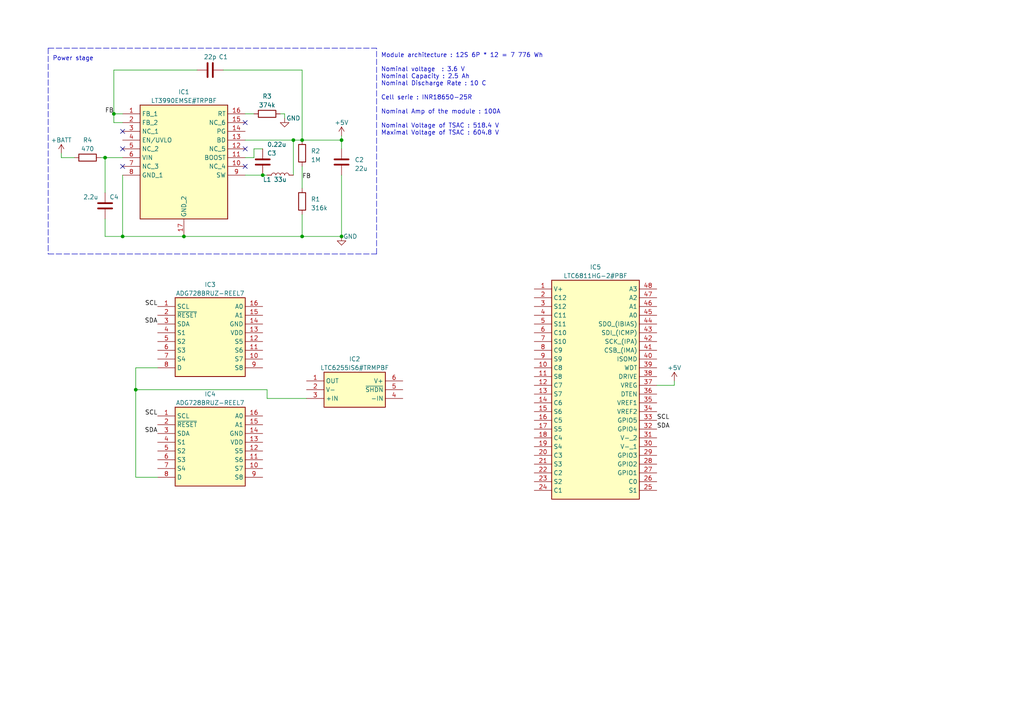
<source format=kicad_sch>
(kicad_sch (version 20230121) (generator eeschema)

  (uuid fbb3bfd2-cb0c-4aaf-a640-dea07a8873d3)

  (paper "A4")

  (lib_symbols
    (symbol "Device:C" (pin_numbers hide) (pin_names (offset 0.254)) (in_bom yes) (on_board yes)
      (property "Reference" "C" (at 0.635 2.54 0)
        (effects (font (size 1.27 1.27)) (justify left))
      )
      (property "Value" "C" (at 0.635 -2.54 0)
        (effects (font (size 1.27 1.27)) (justify left))
      )
      (property "Footprint" "" (at 0.9652 -3.81 0)
        (effects (font (size 1.27 1.27)) hide)
      )
      (property "Datasheet" "~" (at 0 0 0)
        (effects (font (size 1.27 1.27)) hide)
      )
      (property "ki_keywords" "cap capacitor" (at 0 0 0)
        (effects (font (size 1.27 1.27)) hide)
      )
      (property "ki_description" "Unpolarized capacitor" (at 0 0 0)
        (effects (font (size 1.27 1.27)) hide)
      )
      (property "ki_fp_filters" "C_*" (at 0 0 0)
        (effects (font (size 1.27 1.27)) hide)
      )
      (symbol "C_0_1"
        (polyline
          (pts
            (xy -2.032 -0.762)
            (xy 2.032 -0.762)
          )
          (stroke (width 0.508) (type default))
          (fill (type none))
        )
        (polyline
          (pts
            (xy -2.032 0.762)
            (xy 2.032 0.762)
          )
          (stroke (width 0.508) (type default))
          (fill (type none))
        )
      )
      (symbol "C_1_1"
        (pin passive line (at 0 3.81 270) (length 2.794)
          (name "~" (effects (font (size 1.27 1.27))))
          (number "1" (effects (font (size 1.27 1.27))))
        )
        (pin passive line (at 0 -3.81 90) (length 2.794)
          (name "~" (effects (font (size 1.27 1.27))))
          (number "2" (effects (font (size 1.27 1.27))))
        )
      )
    )
    (symbol "Device:L" (pin_numbers hide) (pin_names (offset 1.016) hide) (in_bom yes) (on_board yes)
      (property "Reference" "L" (at -1.27 0 90)
        (effects (font (size 1.27 1.27)))
      )
      (property "Value" "L" (at 1.905 0 90)
        (effects (font (size 1.27 1.27)))
      )
      (property "Footprint" "" (at 0 0 0)
        (effects (font (size 1.27 1.27)) hide)
      )
      (property "Datasheet" "~" (at 0 0 0)
        (effects (font (size 1.27 1.27)) hide)
      )
      (property "ki_keywords" "inductor choke coil reactor magnetic" (at 0 0 0)
        (effects (font (size 1.27 1.27)) hide)
      )
      (property "ki_description" "Inductor" (at 0 0 0)
        (effects (font (size 1.27 1.27)) hide)
      )
      (property "ki_fp_filters" "Choke_* *Coil* Inductor_* L_*" (at 0 0 0)
        (effects (font (size 1.27 1.27)) hide)
      )
      (symbol "L_0_1"
        (arc (start 0 -2.54) (mid 0.6323 -1.905) (end 0 -1.27)
          (stroke (width 0) (type default))
          (fill (type none))
        )
        (arc (start 0 -1.27) (mid 0.6323 -0.635) (end 0 0)
          (stroke (width 0) (type default))
          (fill (type none))
        )
        (arc (start 0 0) (mid 0.6323 0.635) (end 0 1.27)
          (stroke (width 0) (type default))
          (fill (type none))
        )
        (arc (start 0 1.27) (mid 0.6323 1.905) (end 0 2.54)
          (stroke (width 0) (type default))
          (fill (type none))
        )
      )
      (symbol "L_1_1"
        (pin passive line (at 0 3.81 270) (length 1.27)
          (name "1" (effects (font (size 1.27 1.27))))
          (number "1" (effects (font (size 1.27 1.27))))
        )
        (pin passive line (at 0 -3.81 90) (length 1.27)
          (name "2" (effects (font (size 1.27 1.27))))
          (number "2" (effects (font (size 1.27 1.27))))
        )
      )
    )
    (symbol "Device:R" (pin_numbers hide) (pin_names (offset 0)) (in_bom yes) (on_board yes)
      (property "Reference" "R" (at 2.032 0 90)
        (effects (font (size 1.27 1.27)))
      )
      (property "Value" "R" (at 0 0 90)
        (effects (font (size 1.27 1.27)))
      )
      (property "Footprint" "" (at -1.778 0 90)
        (effects (font (size 1.27 1.27)) hide)
      )
      (property "Datasheet" "~" (at 0 0 0)
        (effects (font (size 1.27 1.27)) hide)
      )
      (property "ki_keywords" "R res resistor" (at 0 0 0)
        (effects (font (size 1.27 1.27)) hide)
      )
      (property "ki_description" "Resistor" (at 0 0 0)
        (effects (font (size 1.27 1.27)) hide)
      )
      (property "ki_fp_filters" "R_*" (at 0 0 0)
        (effects (font (size 1.27 1.27)) hide)
      )
      (symbol "R_0_1"
        (rectangle (start -1.016 -2.54) (end 1.016 2.54)
          (stroke (width 0.254) (type default))
          (fill (type none))
        )
      )
      (symbol "R_1_1"
        (pin passive line (at 0 3.81 270) (length 1.27)
          (name "~" (effects (font (size 1.27 1.27))))
          (number "1" (effects (font (size 1.27 1.27))))
        )
        (pin passive line (at 0 -3.81 90) (length 1.27)
          (name "~" (effects (font (size 1.27 1.27))))
          (number "2" (effects (font (size 1.27 1.27))))
        )
      )
    )
    (symbol "EPSA_lib:BMS LTC6811HG" (in_bom yes) (on_board yes)
      (property "Reference" "IC" (at 31.75 7.62 0)
        (effects (font (size 1.27 1.27)) (justify left top))
      )
      (property "Value" "LTC6811HG-2#PBF" (at 31.75 5.08 0)
        (effects (font (size 1.27 1.27)) (justify left top))
      )
      (property "Footprint" "SOP50P780X200-48N" (at 31.75 -94.92 0)
        (effects (font (size 1.27 1.27)) (justify left top) hide)
      )
      (property "Datasheet" "https://datasheet.datasheetarchive.com/originals/distributors/Datasheets_SAMA/7a3f6461edc579e3637f6c847820bfef.pdf" (at 31.75 -194.92 0)
        (effects (font (size 1.27 1.27)) (justify left top) hide)
      )
      (property "Height" "2" (at 31.75 -394.92 0)
        (effects (font (size 1.27 1.27)) (justify left top) hide)
      )
      (property "Mouser Part Number" "584-LTC6811HG-2#PBF" (at 31.75 -494.92 0)
        (effects (font (size 1.27 1.27)) (justify left top) hide)
      )
      (property "Mouser Price/Stock" "https://www.mouser.co.uk/ProductDetail/Analog-Devices/LTC6811HG-2PBF?qs=oahfZPh6IAIAIIgZWv9WxQ%3D%3D" (at 31.75 -594.92 0)
        (effects (font (size 1.27 1.27)) (justify left top) hide)
      )
      (property "Manufacturer_Name" "Analog Devices" (at 31.75 -694.92 0)
        (effects (font (size 1.27 1.27)) (justify left top) hide)
      )
      (property "Manufacturer_Part_Number" "LTC6811HG-2#PBF" (at 31.75 -794.92 0)
        (effects (font (size 1.27 1.27)) (justify left top) hide)
      )
      (property "ki_description" "Multicell Battery Balancer Automotive 48-Pin SSOP Tube" (at 0 0 0)
        (effects (font (size 1.27 1.27)) hide)
      )
      (symbol "BMS LTC6811HG_1_1"
        (rectangle (start 5.08 2.54) (end 30.48 -60.96)
          (stroke (width 0.254) (type default))
          (fill (type background))
        )
        (pin passive line (at 0 0 0) (length 5.08)
          (name "V+" (effects (font (size 1.27 1.27))))
          (number "1" (effects (font (size 1.27 1.27))))
        )
        (pin passive line (at 0 -22.86 0) (length 5.08)
          (name "C8" (effects (font (size 1.27 1.27))))
          (number "10" (effects (font (size 1.27 1.27))))
        )
        (pin passive line (at 0 -25.4 0) (length 5.08)
          (name "S8" (effects (font (size 1.27 1.27))))
          (number "11" (effects (font (size 1.27 1.27))))
        )
        (pin passive line (at 0 -27.94 0) (length 5.08)
          (name "C7" (effects (font (size 1.27 1.27))))
          (number "12" (effects (font (size 1.27 1.27))))
        )
        (pin passive line (at 0 -30.48 0) (length 5.08)
          (name "S7" (effects (font (size 1.27 1.27))))
          (number "13" (effects (font (size 1.27 1.27))))
        )
        (pin passive line (at 0 -33.02 0) (length 5.08)
          (name "C6" (effects (font (size 1.27 1.27))))
          (number "14" (effects (font (size 1.27 1.27))))
        )
        (pin passive line (at 0 -35.56 0) (length 5.08)
          (name "S6" (effects (font (size 1.27 1.27))))
          (number "15" (effects (font (size 1.27 1.27))))
        )
        (pin passive line (at 0 -38.1 0) (length 5.08)
          (name "C5" (effects (font (size 1.27 1.27))))
          (number "16" (effects (font (size 1.27 1.27))))
        )
        (pin passive line (at 0 -40.64 0) (length 5.08)
          (name "S5" (effects (font (size 1.27 1.27))))
          (number "17" (effects (font (size 1.27 1.27))))
        )
        (pin passive line (at 0 -43.18 0) (length 5.08)
          (name "C4" (effects (font (size 1.27 1.27))))
          (number "18" (effects (font (size 1.27 1.27))))
        )
        (pin passive line (at 0 -45.72 0) (length 5.08)
          (name "S4" (effects (font (size 1.27 1.27))))
          (number "19" (effects (font (size 1.27 1.27))))
        )
        (pin passive line (at 0 -2.54 0) (length 5.08)
          (name "C12" (effects (font (size 1.27 1.27))))
          (number "2" (effects (font (size 1.27 1.27))))
        )
        (pin passive line (at 0 -48.26 0) (length 5.08)
          (name "C3" (effects (font (size 1.27 1.27))))
          (number "20" (effects (font (size 1.27 1.27))))
        )
        (pin passive line (at 0 -50.8 0) (length 5.08)
          (name "S3" (effects (font (size 1.27 1.27))))
          (number "21" (effects (font (size 1.27 1.27))))
        )
        (pin passive line (at 0 -53.34 0) (length 5.08)
          (name "C2" (effects (font (size 1.27 1.27))))
          (number "22" (effects (font (size 1.27 1.27))))
        )
        (pin passive line (at 0 -55.88 0) (length 5.08)
          (name "S2" (effects (font (size 1.27 1.27))))
          (number "23" (effects (font (size 1.27 1.27))))
        )
        (pin passive line (at 0 -58.42 0) (length 5.08)
          (name "C1" (effects (font (size 1.27 1.27))))
          (number "24" (effects (font (size 1.27 1.27))))
        )
        (pin passive line (at 35.56 -58.42 180) (length 5.08)
          (name "S1" (effects (font (size 1.27 1.27))))
          (number "25" (effects (font (size 1.27 1.27))))
        )
        (pin passive line (at 35.56 -55.88 180) (length 5.08)
          (name "C0" (effects (font (size 1.27 1.27))))
          (number "26" (effects (font (size 1.27 1.27))))
        )
        (pin passive line (at 35.56 -53.34 180) (length 5.08)
          (name "GPIO1" (effects (font (size 1.27 1.27))))
          (number "27" (effects (font (size 1.27 1.27))))
        )
        (pin passive line (at 35.56 -50.8 180) (length 5.08)
          (name "GPIO2" (effects (font (size 1.27 1.27))))
          (number "28" (effects (font (size 1.27 1.27))))
        )
        (pin passive line (at 35.56 -48.26 180) (length 5.08)
          (name "GPIO3" (effects (font (size 1.27 1.27))))
          (number "29" (effects (font (size 1.27 1.27))))
        )
        (pin passive line (at 0 -5.08 0) (length 5.08)
          (name "S12" (effects (font (size 1.27 1.27))))
          (number "3" (effects (font (size 1.27 1.27))))
        )
        (pin passive line (at 35.56 -45.72 180) (length 5.08)
          (name "V-_1" (effects (font (size 1.27 1.27))))
          (number "30" (effects (font (size 1.27 1.27))))
        )
        (pin passive line (at 35.56 -43.18 180) (length 5.08)
          (name "V-_2" (effects (font (size 1.27 1.27))))
          (number "31" (effects (font (size 1.27 1.27))))
        )
        (pin passive line (at 35.56 -40.64 180) (length 5.08)
          (name "GPIO4" (effects (font (size 1.27 1.27))))
          (number "32" (effects (font (size 1.27 1.27))))
        )
        (pin passive line (at 35.56 -38.1 180) (length 5.08)
          (name "GPIO5" (effects (font (size 1.27 1.27))))
          (number "33" (effects (font (size 1.27 1.27))))
        )
        (pin passive line (at 35.56 -35.56 180) (length 5.08)
          (name "VREF2" (effects (font (size 1.27 1.27))))
          (number "34" (effects (font (size 1.27 1.27))))
        )
        (pin passive line (at 35.56 -33.02 180) (length 5.08)
          (name "VREF1" (effects (font (size 1.27 1.27))))
          (number "35" (effects (font (size 1.27 1.27))))
        )
        (pin passive line (at 35.56 -30.48 180) (length 5.08)
          (name "DTEN" (effects (font (size 1.27 1.27))))
          (number "36" (effects (font (size 1.27 1.27))))
        )
        (pin passive line (at 35.56 -27.94 180) (length 5.08)
          (name "VREG" (effects (font (size 1.27 1.27))))
          (number "37" (effects (font (size 1.27 1.27))))
        )
        (pin passive line (at 35.56 -25.4 180) (length 5.08)
          (name "DRIVE" (effects (font (size 1.27 1.27))))
          (number "38" (effects (font (size 1.27 1.27))))
        )
        (pin passive line (at 35.56 -22.86 180) (length 5.08)
          (name "WDT" (effects (font (size 1.27 1.27))))
          (number "39" (effects (font (size 1.27 1.27))))
        )
        (pin passive line (at 0 -7.62 0) (length 5.08)
          (name "C11" (effects (font (size 1.27 1.27))))
          (number "4" (effects (font (size 1.27 1.27))))
        )
        (pin passive line (at 35.56 -20.32 180) (length 5.08)
          (name "ISOMD" (effects (font (size 1.27 1.27))))
          (number "40" (effects (font (size 1.27 1.27))))
        )
        (pin passive line (at 35.56 -17.78 180) (length 5.08)
          (name "CSB_(IMA)" (effects (font (size 1.27 1.27))))
          (number "41" (effects (font (size 1.27 1.27))))
        )
        (pin passive line (at 35.56 -15.24 180) (length 5.08)
          (name "SCK_(IPA)" (effects (font (size 1.27 1.27))))
          (number "42" (effects (font (size 1.27 1.27))))
        )
        (pin passive line (at 35.56 -12.7 180) (length 5.08)
          (name "SDI_(ICMP)" (effects (font (size 1.27 1.27))))
          (number "43" (effects (font (size 1.27 1.27))))
        )
        (pin passive line (at 35.56 -10.16 180) (length 5.08)
          (name "SDO_(IBIAS)" (effects (font (size 1.27 1.27))))
          (number "44" (effects (font (size 1.27 1.27))))
        )
        (pin passive line (at 35.56 -7.62 180) (length 5.08)
          (name "A0" (effects (font (size 1.27 1.27))))
          (number "45" (effects (font (size 1.27 1.27))))
        )
        (pin passive line (at 35.56 -5.08 180) (length 5.08)
          (name "A1" (effects (font (size 1.27 1.27))))
          (number "46" (effects (font (size 1.27 1.27))))
        )
        (pin passive line (at 35.56 -2.54 180) (length 5.08)
          (name "A2" (effects (font (size 1.27 1.27))))
          (number "47" (effects (font (size 1.27 1.27))))
        )
        (pin passive line (at 35.56 0 180) (length 5.08)
          (name "A3" (effects (font (size 1.27 1.27))))
          (number "48" (effects (font (size 1.27 1.27))))
        )
        (pin passive line (at 0 -10.16 0) (length 5.08)
          (name "S11" (effects (font (size 1.27 1.27))))
          (number "5" (effects (font (size 1.27 1.27))))
        )
        (pin passive line (at 0 -12.7 0) (length 5.08)
          (name "C10" (effects (font (size 1.27 1.27))))
          (number "6" (effects (font (size 1.27 1.27))))
        )
        (pin passive line (at 0 -15.24 0) (length 5.08)
          (name "S10" (effects (font (size 1.27 1.27))))
          (number "7" (effects (font (size 1.27 1.27))))
        )
        (pin passive line (at 0 -17.78 0) (length 5.08)
          (name "C9" (effects (font (size 1.27 1.27))))
          (number "8" (effects (font (size 1.27 1.27))))
        )
        (pin passive line (at 0 -20.32 0) (length 5.08)
          (name "S9" (effects (font (size 1.27 1.27))))
          (number "9" (effects (font (size 1.27 1.27))))
        )
      )
    )
    (symbol "EPSA_lib:I2C Mux ADG728BRUZ-REEL7" (in_bom yes) (on_board yes)
      (property "Reference" "IC" (at 26.67 7.62 0)
        (effects (font (size 1.27 1.27)) (justify left top))
      )
      (property "Value" "ADG728BRUZ-REEL7" (at 26.67 5.08 0)
        (effects (font (size 1.27 1.27)) (justify left top))
      )
      (property "Footprint" "SOP65P640X120-16N" (at 26.67 -94.92 0)
        (effects (font (size 1.27 1.27)) (justify left top) hide)
      )
      (property "Datasheet" "https://www.analog.com/media/en/technical-documentation/data-sheets/ADG728_729.pdf" (at 26.67 -194.92 0)
        (effects (font (size 1.27 1.27)) (justify left top) hide)
      )
      (property "Height" "1.2" (at 26.67 -394.92 0)
        (effects (font (size 1.27 1.27)) (justify left top) hide)
      )
      (property "Mouser Part Number" "584-ADG728BRUZ-R7" (at 26.67 -494.92 0)
        (effects (font (size 1.27 1.27)) (justify left top) hide)
      )
      (property "Mouser Price/Stock" "https://www.mouser.co.uk/ProductDetail/Analog-Devices/ADG728BRUZ-REEL7?qs=BpaRKvA4VqE46E7f7jsMmw%3D%3D" (at 26.67 -594.92 0)
        (effects (font (size 1.27 1.27)) (justify left top) hide)
      )
      (property "Manufacturer_Name" "Analog Devices" (at 26.67 -694.92 0)
        (effects (font (size 1.27 1.27)) (justify left top) hide)
      )
      (property "Manufacturer_Part_Number" "ADG728BRUZ-REEL7" (at 26.67 -794.92 0)
        (effects (font (size 1.27 1.27)) (justify left top) hide)
      )
      (property "ki_description" "Multiplexer Switch ICs SERIAL I2C, 8-ch MUX" (at 0 0 0)
        (effects (font (size 1.27 1.27)) hide)
      )
      (symbol "I2C Mux ADG728BRUZ-REEL7_1_1"
        (rectangle (start 5.08 2.54) (end 25.4 -20.32)
          (stroke (width 0.254) (type default))
          (fill (type background))
        )
        (pin passive line (at 0 0 0) (length 5.08)
          (name "SCL" (effects (font (size 1.27 1.27))))
          (number "1" (effects (font (size 1.27 1.27))))
        )
        (pin passive line (at 30.48 -15.24 180) (length 5.08)
          (name "S7" (effects (font (size 1.27 1.27))))
          (number "10" (effects (font (size 1.27 1.27))))
        )
        (pin passive line (at 30.48 -12.7 180) (length 5.08)
          (name "S6" (effects (font (size 1.27 1.27))))
          (number "11" (effects (font (size 1.27 1.27))))
        )
        (pin passive line (at 30.48 -10.16 180) (length 5.08)
          (name "S5" (effects (font (size 1.27 1.27))))
          (number "12" (effects (font (size 1.27 1.27))))
        )
        (pin passive line (at 30.48 -7.62 180) (length 5.08)
          (name "VDD" (effects (font (size 1.27 1.27))))
          (number "13" (effects (font (size 1.27 1.27))))
        )
        (pin passive line (at 30.48 -5.08 180) (length 5.08)
          (name "GND" (effects (font (size 1.27 1.27))))
          (number "14" (effects (font (size 1.27 1.27))))
        )
        (pin passive line (at 30.48 -2.54 180) (length 5.08)
          (name "A1" (effects (font (size 1.27 1.27))))
          (number "15" (effects (font (size 1.27 1.27))))
        )
        (pin passive line (at 30.48 0 180) (length 5.08)
          (name "A0" (effects (font (size 1.27 1.27))))
          (number "16" (effects (font (size 1.27 1.27))))
        )
        (pin passive line (at 0 -2.54 0) (length 5.08)
          (name "~{RESET}" (effects (font (size 1.27 1.27))))
          (number "2" (effects (font (size 1.27 1.27))))
        )
        (pin passive line (at 0 -5.08 0) (length 5.08)
          (name "SDA" (effects (font (size 1.27 1.27))))
          (number "3" (effects (font (size 1.27 1.27))))
        )
        (pin passive line (at 0 -7.62 0) (length 5.08)
          (name "S1" (effects (font (size 1.27 1.27))))
          (number "4" (effects (font (size 1.27 1.27))))
        )
        (pin passive line (at 0 -10.16 0) (length 5.08)
          (name "S2" (effects (font (size 1.27 1.27))))
          (number "5" (effects (font (size 1.27 1.27))))
        )
        (pin passive line (at 0 -12.7 0) (length 5.08)
          (name "S3" (effects (font (size 1.27 1.27))))
          (number "6" (effects (font (size 1.27 1.27))))
        )
        (pin passive line (at 0 -15.24 0) (length 5.08)
          (name "S4" (effects (font (size 1.27 1.27))))
          (number "7" (effects (font (size 1.27 1.27))))
        )
        (pin passive line (at 0 -17.78 0) (length 5.08)
          (name "D" (effects (font (size 1.27 1.27))))
          (number "8" (effects (font (size 1.27 1.27))))
        )
        (pin passive line (at 30.48 -17.78 180) (length 5.08)
          (name "S8" (effects (font (size 1.27 1.27))))
          (number "9" (effects (font (size 1.27 1.27))))
        )
      )
    )
    (symbol "EPSA_lib:LT3990EMSE#TRPBF" (in_bom yes) (on_board yes)
      (property "Reference" "IC" (at 31.75 7.62 0)
        (effects (font (size 1.27 1.27)) (justify left top))
      )
      (property "Value" "LT3990EMSE#TRPBF" (at 31.75 5.08 0)
        (effects (font (size 1.27 1.27)) (justify left top))
      )
      (property "Footprint" "SOP50P490X110-17N" (at 31.75 -94.92 0)
        (effects (font (size 1.27 1.27)) (justify left top) hide)
      )
      (property "Datasheet" "https://www.arrow.com/en/products/lt3990emsetrpbf/analog-devices" (at 31.75 -194.92 0)
        (effects (font (size 1.27 1.27)) (justify left top) hide)
      )
      (property "Height" "1.1" (at 31.75 -394.92 0)
        (effects (font (size 1.27 1.27)) (justify left top) hide)
      )
      (property "Mouser Part Number" "584-LT3990EMSE#TRPBF" (at 31.75 -494.92 0)
        (effects (font (size 1.27 1.27)) (justify left top) hide)
      )
      (property "Mouser Price/Stock" "https://www.mouser.co.uk/ProductDetail/Analog-Devices/LT3990EMSETRPBF?qs=hVkxg5c3xu84JUDF%2FgczpA%3D%3D" (at 31.75 -594.92 0)
        (effects (font (size 1.27 1.27)) (justify left top) hide)
      )
      (property "Manufacturer_Name" "Analog Devices" (at 31.75 -694.92 0)
        (effects (font (size 1.27 1.27)) (justify left top) hide)
      )
      (property "Manufacturer_Part_Number" "LT3990EMSE#TRPBF" (at 31.75 -794.92 0)
        (effects (font (size 1.27 1.27)) (justify left top) hide)
      )
      (property "ki_description" "Switching Voltage Regulators 60V, 350mA Step-Down Regulator with 2uA Quiescent Current and Integrated Diodes in MS16E" (at 0 0 0)
        (effects (font (size 1.27 1.27)) hide)
      )
      (symbol "LT3990EMSE#TRPBF_1_1"
        (rectangle (start 5.08 2.54) (end 30.48 -30.48)
          (stroke (width 0.254) (type default))
          (fill (type background))
        )
        (pin passive line (at 0 0 0) (length 5.08)
          (name "FB_1" (effects (font (size 1.27 1.27))))
          (number "1" (effects (font (size 1.27 1.27))))
        )
        (pin passive line (at 35.56 -15.24 180) (length 5.08)
          (name "NC_4" (effects (font (size 1.27 1.27))))
          (number "10" (effects (font (size 1.27 1.27))))
        )
        (pin passive line (at 35.56 -12.7 180) (length 5.08)
          (name "BOOST" (effects (font (size 1.27 1.27))))
          (number "11" (effects (font (size 1.27 1.27))))
        )
        (pin passive line (at 35.56 -10.16 180) (length 5.08)
          (name "NC_5" (effects (font (size 1.27 1.27))))
          (number "12" (effects (font (size 1.27 1.27))))
        )
        (pin passive line (at 35.56 -7.62 180) (length 5.08)
          (name "BD" (effects (font (size 1.27 1.27))))
          (number "13" (effects (font (size 1.27 1.27))))
        )
        (pin passive line (at 35.56 -5.08 180) (length 5.08)
          (name "PG" (effects (font (size 1.27 1.27))))
          (number "14" (effects (font (size 1.27 1.27))))
        )
        (pin passive line (at 35.56 -2.54 180) (length 5.08)
          (name "NC_6" (effects (font (size 1.27 1.27))))
          (number "15" (effects (font (size 1.27 1.27))))
        )
        (pin passive line (at 35.56 0 180) (length 5.08)
          (name "RT" (effects (font (size 1.27 1.27))))
          (number "16" (effects (font (size 1.27 1.27))))
        )
        (pin passive line (at 17.78 -35.56 90) (length 5.08)
          (name "GND_2" (effects (font (size 1.27 1.27))))
          (number "17" (effects (font (size 1.27 1.27))))
        )
        (pin passive line (at 0 -2.54 0) (length 5.08)
          (name "FB_2" (effects (font (size 1.27 1.27))))
          (number "2" (effects (font (size 1.27 1.27))))
        )
        (pin passive line (at 0 -5.08 0) (length 5.08)
          (name "NC_1" (effects (font (size 1.27 1.27))))
          (number "3" (effects (font (size 1.27 1.27))))
        )
        (pin passive line (at 0 -7.62 0) (length 5.08)
          (name "EN/UVLO" (effects (font (size 1.27 1.27))))
          (number "4" (effects (font (size 1.27 1.27))))
        )
        (pin passive line (at 0 -10.16 0) (length 5.08)
          (name "NC_2" (effects (font (size 1.27 1.27))))
          (number "5" (effects (font (size 1.27 1.27))))
        )
        (pin passive line (at 0 -12.7 0) (length 5.08)
          (name "VIN" (effects (font (size 1.27 1.27))))
          (number "6" (effects (font (size 1.27 1.27))))
        )
        (pin passive line (at 0 -15.24 0) (length 5.08)
          (name "NC_3" (effects (font (size 1.27 1.27))))
          (number "7" (effects (font (size 1.27 1.27))))
        )
        (pin passive line (at 0 -17.78 0) (length 5.08)
          (name "GND_1" (effects (font (size 1.27 1.27))))
          (number "8" (effects (font (size 1.27 1.27))))
        )
        (pin passive line (at 35.56 -17.78 180) (length 5.08)
          (name "SW" (effects (font (size 1.27 1.27))))
          (number "9" (effects (font (size 1.27 1.27))))
        )
      )
    )
    (symbol "EPSA_lib:LTC6255IS6#TRMPBF" (in_bom yes) (on_board yes)
      (property "Reference" "IC" (at 24.13 7.62 0)
        (effects (font (size 1.27 1.27)) (justify left top))
      )
      (property "Value" "LTC6255IS6#TRMPBF" (at 24.13 5.08 0)
        (effects (font (size 1.27 1.27)) (justify left top))
      )
      (property "Footprint" "SOT95P280X100-6N" (at 24.13 -94.92 0)
        (effects (font (size 1.27 1.27)) (justify left top) hide)
      )
      (property "Datasheet" "http://www.analog.com/media/en/technical-documentation/data-sheets/625567fd.pdf" (at 24.13 -194.92 0)
        (effects (font (size 1.27 1.27)) (justify left top) hide)
      )
      (property "Height" "1" (at 24.13 -394.92 0)
        (effects (font (size 1.27 1.27)) (justify left top) hide)
      )
      (property "Mouser Part Number" "584-LTC6255IS6TRMPBF" (at 24.13 -494.92 0)
        (effects (font (size 1.27 1.27)) (justify left top) hide)
      )
      (property "Mouser Price/Stock" "https://www.mouser.co.uk/ProductDetail/Analog-Devices/LTC6255IS6TRMPBF?qs=hVkxg5c3xu%252BM0aXXLk0hVA%3D%3D" (at 24.13 -594.92 0)
        (effects (font (size 1.27 1.27)) (justify left top) hide)
      )
      (property "Manufacturer_Name" "Analog Devices" (at 24.13 -694.92 0)
        (effects (font (size 1.27 1.27)) (justify left top) hide)
      )
      (property "Manufacturer_Part_Number" "LTC6255IS6#TRMPBF" (at 24.13 -794.92 0)
        (effects (font (size 1.27 1.27)) (justify left top) hide)
      )
      (property "ki_description" "Precision Amplifiers Single 6.5MHz, 65uA, 1.8V to 5.25V, RRIO Op Amps" (at 0 0 0)
        (effects (font (size 1.27 1.27)) hide)
      )
      (symbol "LTC6255IS6#TRMPBF_1_1"
        (rectangle (start 5.08 2.54) (end 22.86 -7.62)
          (stroke (width 0.254) (type default))
          (fill (type background))
        )
        (pin passive line (at 0 0 0) (length 5.08)
          (name "OUT" (effects (font (size 1.27 1.27))))
          (number "1" (effects (font (size 1.27 1.27))))
        )
        (pin passive line (at 0 -2.54 0) (length 5.08)
          (name "V-" (effects (font (size 1.27 1.27))))
          (number "2" (effects (font (size 1.27 1.27))))
        )
        (pin passive line (at 0 -5.08 0) (length 5.08)
          (name "+IN" (effects (font (size 1.27 1.27))))
          (number "3" (effects (font (size 1.27 1.27))))
        )
        (pin passive line (at 27.94 -5.08 180) (length 5.08)
          (name "-IN" (effects (font (size 1.27 1.27))))
          (number "4" (effects (font (size 1.27 1.27))))
        )
        (pin passive line (at 27.94 -2.54 180) (length 5.08)
          (name "~{SHDN}" (effects (font (size 1.27 1.27))))
          (number "5" (effects (font (size 1.27 1.27))))
        )
        (pin passive line (at 27.94 0 180) (length 5.08)
          (name "V+" (effects (font (size 1.27 1.27))))
          (number "6" (effects (font (size 1.27 1.27))))
        )
      )
    )
    (symbol "power:+5V" (power) (pin_names (offset 0)) (in_bom yes) (on_board yes)
      (property "Reference" "#PWR" (at 0 -3.81 0)
        (effects (font (size 1.27 1.27)) hide)
      )
      (property "Value" "+5V" (at 0 3.556 0)
        (effects (font (size 1.27 1.27)))
      )
      (property "Footprint" "" (at 0 0 0)
        (effects (font (size 1.27 1.27)) hide)
      )
      (property "Datasheet" "" (at 0 0 0)
        (effects (font (size 1.27 1.27)) hide)
      )
      (property "ki_keywords" "global power" (at 0 0 0)
        (effects (font (size 1.27 1.27)) hide)
      )
      (property "ki_description" "Power symbol creates a global label with name \"+5V\"" (at 0 0 0)
        (effects (font (size 1.27 1.27)) hide)
      )
      (symbol "+5V_0_1"
        (polyline
          (pts
            (xy -0.762 1.27)
            (xy 0 2.54)
          )
          (stroke (width 0) (type default))
          (fill (type none))
        )
        (polyline
          (pts
            (xy 0 0)
            (xy 0 2.54)
          )
          (stroke (width 0) (type default))
          (fill (type none))
        )
        (polyline
          (pts
            (xy 0 2.54)
            (xy 0.762 1.27)
          )
          (stroke (width 0) (type default))
          (fill (type none))
        )
      )
      (symbol "+5V_1_1"
        (pin power_in line (at 0 0 90) (length 0) hide
          (name "+5V" (effects (font (size 1.27 1.27))))
          (number "1" (effects (font (size 1.27 1.27))))
        )
      )
    )
    (symbol "power:+BATT" (power) (pin_names (offset 0)) (in_bom yes) (on_board yes)
      (property "Reference" "#PWR" (at 0 -3.81 0)
        (effects (font (size 1.27 1.27)) hide)
      )
      (property "Value" "+BATT" (at 0 3.556 0)
        (effects (font (size 1.27 1.27)))
      )
      (property "Footprint" "" (at 0 0 0)
        (effects (font (size 1.27 1.27)) hide)
      )
      (property "Datasheet" "" (at 0 0 0)
        (effects (font (size 1.27 1.27)) hide)
      )
      (property "ki_keywords" "global power battery" (at 0 0 0)
        (effects (font (size 1.27 1.27)) hide)
      )
      (property "ki_description" "Power symbol creates a global label with name \"+BATT\"" (at 0 0 0)
        (effects (font (size 1.27 1.27)) hide)
      )
      (symbol "+BATT_0_1"
        (polyline
          (pts
            (xy -0.762 1.27)
            (xy 0 2.54)
          )
          (stroke (width 0) (type default))
          (fill (type none))
        )
        (polyline
          (pts
            (xy 0 0)
            (xy 0 2.54)
          )
          (stroke (width 0) (type default))
          (fill (type none))
        )
        (polyline
          (pts
            (xy 0 2.54)
            (xy 0.762 1.27)
          )
          (stroke (width 0) (type default))
          (fill (type none))
        )
      )
      (symbol "+BATT_1_1"
        (pin power_in line (at 0 0 90) (length 0) hide
          (name "+BATT" (effects (font (size 1.27 1.27))))
          (number "1" (effects (font (size 1.27 1.27))))
        )
      )
    )
    (symbol "power:GND" (power) (pin_names (offset 0)) (in_bom yes) (on_board yes)
      (property "Reference" "#PWR" (at 0 -6.35 0)
        (effects (font (size 1.27 1.27)) hide)
      )
      (property "Value" "GND" (at 0 -3.81 0)
        (effects (font (size 1.27 1.27)))
      )
      (property "Footprint" "" (at 0 0 0)
        (effects (font (size 1.27 1.27)) hide)
      )
      (property "Datasheet" "" (at 0 0 0)
        (effects (font (size 1.27 1.27)) hide)
      )
      (property "ki_keywords" "global power" (at 0 0 0)
        (effects (font (size 1.27 1.27)) hide)
      )
      (property "ki_description" "Power symbol creates a global label with name \"GND\" , ground" (at 0 0 0)
        (effects (font (size 1.27 1.27)) hide)
      )
      (symbol "GND_0_1"
        (polyline
          (pts
            (xy 0 0)
            (xy 0 -1.27)
            (xy 1.27 -1.27)
            (xy 0 -2.54)
            (xy -1.27 -1.27)
            (xy 0 -1.27)
          )
          (stroke (width 0) (type default))
          (fill (type none))
        )
      )
      (symbol "GND_1_1"
        (pin power_in line (at 0 0 270) (length 0) hide
          (name "GND" (effects (font (size 1.27 1.27))))
          (number "1" (effects (font (size 1.27 1.27))))
        )
      )
    )
  )

  (junction (at 35.56 68.58) (diameter 0) (color 0 0 0 0)
    (uuid 03f6141f-d8a9-439d-a4ab-350d874ac687)
  )
  (junction (at 99.06 68.58) (diameter 0) (color 0 0 0 0)
    (uuid 065f7c0b-9ca3-48fb-8e60-6129a61e4e43)
  )
  (junction (at 85.09 40.64) (diameter 0) (color 0 0 0 0)
    (uuid 11107495-898c-4b10-9e62-95efe14e9501)
  )
  (junction (at 53.34 68.58) (diameter 0) (color 0 0 0 0)
    (uuid 117b99a7-3674-45c0-851e-0492a356e300)
  )
  (junction (at 33.02 33.02) (diameter 0) (color 0 0 0 0)
    (uuid 212e49bf-a524-4ec7-b9f7-24a69785562e)
  )
  (junction (at 76.2 50.8) (diameter 0) (color 0 0 0 0)
    (uuid 3638e64c-36f3-4f7d-83bd-1d88ab8f49ea)
  )
  (junction (at 30.48 45.72) (diameter 0) (color 0 0 0 0)
    (uuid 5923c28f-92a2-4b16-9279-5440b2e03ed8)
  )
  (junction (at 87.63 68.58) (diameter 0) (color 0 0 0 0)
    (uuid 615b7d4d-23ac-443f-8a55-72c8d4444638)
  )
  (junction (at 39.37 113.03) (diameter 0) (color 0 0 0 0)
    (uuid 9d084101-e018-4426-bc42-3b04b195f2cf)
  )
  (junction (at 87.63 40.64) (diameter 0) (color 0 0 0 0)
    (uuid c00d8085-c48a-4e2f-bc33-d680d79e2098)
  )
  (junction (at 99.06 40.64) (diameter 0) (color 0 0 0 0)
    (uuid d266fa40-492d-427d-80fb-6391003c0e34)
  )

  (no_connect (at 35.56 43.18) (uuid 1adefeaf-0e78-424a-b122-6c59bdec68cd))
  (no_connect (at 71.12 43.18) (uuid 43787c41-4ee3-4262-a8ba-48f90e59cc17))
  (no_connect (at 35.56 38.1) (uuid a33d0497-1847-4883-8fd0-d4b293a3ada3))
  (no_connect (at 71.12 35.56) (uuid adf19567-4b0b-4578-ba63-b57cb18fc87d))
  (no_connect (at 35.56 48.26) (uuid b7b12aed-18d9-48eb-990f-5b8ea9ac4403))
  (no_connect (at 71.12 48.26) (uuid fdeae853-85f1-4a8d-bdd9-5ba9a86abdfa))

  (wire (pts (xy 85.09 40.64) (xy 85.09 50.8))
    (stroke (width 0) (type default))
    (uuid 027fe246-c49b-4c2e-a532-aaac6e351d75)
  )
  (wire (pts (xy 33.02 20.32) (xy 33.02 33.02))
    (stroke (width 0) (type default))
    (uuid 04a4ce44-96bb-4b0d-b26d-06481ecba43a)
  )
  (wire (pts (xy 77.47 115.57) (xy 77.47 113.03))
    (stroke (width 0) (type default))
    (uuid 0b9eec20-87ff-484a-b0f7-0235891502db)
  )
  (wire (pts (xy 39.37 113.03) (xy 39.37 138.43))
    (stroke (width 0) (type default))
    (uuid 0e7bb402-9c6b-4db8-a66f-3d80c171ff40)
  )
  (wire (pts (xy 39.37 106.68) (xy 45.72 106.68))
    (stroke (width 0) (type default))
    (uuid 1e03b784-7038-4e92-8cd2-800601f501c2)
  )
  (wire (pts (xy 88.9 115.57) (xy 77.47 115.57))
    (stroke (width 0) (type default))
    (uuid 1fed69a0-b2ac-4f79-b4d7-7254f9f796ae)
  )
  (wire (pts (xy 71.12 33.02) (xy 73.66 33.02))
    (stroke (width 0) (type default))
    (uuid 206b3ad8-0d9a-4d02-8a12-9e67960ed8d7)
  )
  (polyline (pts (xy 13.97 73.66) (xy 109.22 73.66))
    (stroke (width 0) (type dash))
    (uuid 21025a19-d945-4c6c-8c3f-003601b20b68)
  )

  (wire (pts (xy 30.48 63.5) (xy 30.48 68.58))
    (stroke (width 0) (type default))
    (uuid 306b0093-236a-4b75-a49a-1643ce39a991)
  )
  (wire (pts (xy 35.56 68.58) (xy 53.34 68.58))
    (stroke (width 0) (type default))
    (uuid 3af095ec-60a3-443f-8efb-ceb902445b22)
  )
  (wire (pts (xy 99.06 43.18) (xy 99.06 40.64))
    (stroke (width 0) (type default))
    (uuid 3f8c8af5-9683-41ef-b6b1-393a84189828)
  )
  (wire (pts (xy 99.06 68.58) (xy 87.63 68.58))
    (stroke (width 0) (type default))
    (uuid 46370215-8a13-4c0f-aad1-d3b441ad6282)
  )
  (wire (pts (xy 190.5 111.76) (xy 195.58 111.76))
    (stroke (width 0) (type default))
    (uuid 479c9910-9d23-49b3-b9ad-ac0d7f13cd6f)
  )
  (wire (pts (xy 39.37 113.03) (xy 39.37 106.68))
    (stroke (width 0) (type default))
    (uuid 4bce97e0-8cb3-4055-933c-5f665f4f8418)
  )
  (wire (pts (xy 71.12 40.64) (xy 85.09 40.64))
    (stroke (width 0) (type default))
    (uuid 4dc3cbd7-440a-44f8-92cc-3221de00df5f)
  )
  (wire (pts (xy 39.37 113.03) (xy 77.47 113.03))
    (stroke (width 0) (type default))
    (uuid 4f9ee828-f255-49d7-98fa-ef926f9b64f7)
  )
  (wire (pts (xy 87.63 68.58) (xy 87.63 62.23))
    (stroke (width 0) (type default))
    (uuid 52c64c12-f540-4e08-b4c8-6e4e926e27ca)
  )
  (wire (pts (xy 195.58 111.76) (xy 195.58 110.49))
    (stroke (width 0) (type default))
    (uuid 56ae589c-eff3-46f2-a440-dbb4e1643203)
  )
  (wire (pts (xy 53.34 68.58) (xy 87.63 68.58))
    (stroke (width 0) (type default))
    (uuid 583e6fa6-e5c1-4935-9b48-ce4a81500834)
  )
  (wire (pts (xy 33.02 35.56) (xy 35.56 35.56))
    (stroke (width 0) (type default))
    (uuid 5dee6f4c-b2a7-45aa-b1fc-cd060b266b1f)
  )
  (wire (pts (xy 71.12 50.8) (xy 76.2 50.8))
    (stroke (width 0) (type default))
    (uuid 60ccf431-ab87-4465-919a-4f4410695e95)
  )
  (wire (pts (xy 76.2 50.8) (xy 77.47 50.8))
    (stroke (width 0) (type default))
    (uuid 64656458-482c-413c-b161-6c2a6fad8b13)
  )
  (wire (pts (xy 64.77 20.32) (xy 87.63 20.32))
    (stroke (width 0) (type default))
    (uuid 6b91678b-6ccc-4f4f-9aee-b6ddecd21dc9)
  )
  (wire (pts (xy 33.02 33.02) (xy 33.02 35.56))
    (stroke (width 0) (type default))
    (uuid 708bb744-1934-41e9-9206-1d9852f162e5)
  )
  (wire (pts (xy 99.06 40.64) (xy 87.63 40.64))
    (stroke (width 0) (type default))
    (uuid 70ce3e3a-791d-4aae-b4e3-1bbdb9c9843c)
  )
  (wire (pts (xy 99.06 39.37) (xy 99.06 40.64))
    (stroke (width 0) (type default))
    (uuid 7bd6011e-628e-4730-bc5a-3398fc41136c)
  )
  (wire (pts (xy 35.56 50.8) (xy 35.56 68.58))
    (stroke (width 0) (type default))
    (uuid 850b0f99-dbd3-4fa6-80a6-1fba34d62912)
  )
  (wire (pts (xy 71.12 45.72) (xy 73.66 45.72))
    (stroke (width 0) (type default))
    (uuid 92012da8-c9f6-4cef-8ae5-3cb2136f2d15)
  )
  (wire (pts (xy 82.55 33.02) (xy 82.55 34.29))
    (stroke (width 0) (type default))
    (uuid 93a19a41-a867-4a96-a197-0697580c20f7)
  )
  (wire (pts (xy 81.28 33.02) (xy 82.55 33.02))
    (stroke (width 0) (type default))
    (uuid 960eb56d-5fc4-4c43-919d-a5f0155aff39)
  )
  (polyline (pts (xy 13.97 13.97) (xy 13.97 73.66))
    (stroke (width 0) (type dash))
    (uuid 97e49a8e-f36d-4d53-9ab4-e86b34e5dad7)
  )

  (wire (pts (xy 30.48 45.72) (xy 35.56 45.72))
    (stroke (width 0) (type default))
    (uuid 9d047c5e-47ae-4318-a07f-6c47c88145be)
  )
  (wire (pts (xy 17.78 45.72) (xy 21.59 45.72))
    (stroke (width 0) (type default))
    (uuid 9e32bc52-6f30-4d35-931d-94ac41b7e7a1)
  )
  (wire (pts (xy 17.78 44.45) (xy 17.78 45.72))
    (stroke (width 0) (type default))
    (uuid b22d3e5d-0fab-422e-bfb0-2a2fc09ae9d0)
  )
  (wire (pts (xy 33.02 33.02) (xy 35.56 33.02))
    (stroke (width 0) (type default))
    (uuid b5babf4f-9df4-461b-b152-d4f1b00482da)
  )
  (wire (pts (xy 85.09 40.64) (xy 87.63 40.64))
    (stroke (width 0) (type default))
    (uuid b66d45b3-11a4-49e0-831d-c06811027cc2)
  )
  (wire (pts (xy 57.15 20.32) (xy 33.02 20.32))
    (stroke (width 0) (type default))
    (uuid bed4746b-7b7f-4a3b-9e37-9627ddc41d7f)
  )
  (polyline (pts (xy 109.22 73.66) (xy 109.22 13.97))
    (stroke (width 0) (type dash))
    (uuid c2827a09-a823-41d2-bb6a-03f99b6a342a)
  )
  (polyline (pts (xy 13.97 13.97) (xy 109.22 13.97))
    (stroke (width 0) (type dash))
    (uuid c5c6c7cc-55e0-463e-9e20-befd35f504d0)
  )

  (wire (pts (xy 76.2 43.18) (xy 73.66 43.18))
    (stroke (width 0) (type default))
    (uuid c64e181f-7a66-45e0-91d3-39f627d4b028)
  )
  (wire (pts (xy 87.63 48.26) (xy 87.63 54.61))
    (stroke (width 0) (type default))
    (uuid c944e2ed-090d-4efe-897e-eb786167fc68)
  )
  (wire (pts (xy 30.48 68.58) (xy 35.56 68.58))
    (stroke (width 0) (type default))
    (uuid cca61098-11f8-45da-a12f-47aa8a3b6ae4)
  )
  (wire (pts (xy 87.63 20.32) (xy 87.63 40.64))
    (stroke (width 0) (type default))
    (uuid ceaefce7-3230-4378-94df-2bd9ea285230)
  )
  (wire (pts (xy 99.06 50.8) (xy 99.06 68.58))
    (stroke (width 0) (type default))
    (uuid d5458193-5405-43c3-a17e-a46dee787baa)
  )
  (wire (pts (xy 73.66 43.18) (xy 73.66 45.72))
    (stroke (width 0) (type default))
    (uuid e9fb4db4-48c8-4fe3-b8bd-2626d2e30087)
  )
  (wire (pts (xy 30.48 45.72) (xy 30.48 55.88))
    (stroke (width 0) (type default))
    (uuid eb7ac067-6364-421b-b2e2-06337725d8d0)
  )
  (wire (pts (xy 29.21 45.72) (xy 30.48 45.72))
    (stroke (width 0) (type default))
    (uuid f6ca2ff7-7038-4f63-b1c6-2e44e75435cb)
  )
  (wire (pts (xy 45.72 138.43) (xy 39.37 138.43))
    (stroke (width 0) (type default))
    (uuid fefdda77-1320-444e-83b4-b660199219f8)
  )

  (text "Module architecture : 12S 6P * 12 = 7 776 Wh\n\nNominal voltage  : 3.6 V \nNominal Capacity : 2.5 Ah\nNominal Discharge Rate : 10 C\n\nCell serie : INR18650-25R\n\nNominal Amp of the module : 100A \n\nNominal Voltage of TSAC : 518.4 V\nMaximal Voltage of TSAC : 604.8 V"
    (at 110.49 39.37 0)
    (effects (font (size 1.27 1.27)) (justify left bottom))
    (uuid 010c5664-1e29-4821-9005-e358c858a3ca)
  )
  (text "Power stage" (at 15.24 17.78 0)
    (effects (font (size 1.27 1.27)) (justify left bottom))
    (uuid 553ad6c2-5526-4eae-81f3-00d7f14a619d)
  )

  (label "SDA" (at 45.72 125.73 180) (fields_autoplaced)
    (effects (font (size 1.27 1.27)) (justify right bottom))
    (uuid 0e8c00de-1ede-4c3b-92c7-54cf24611313)
  )
  (label "FB" (at 33.02 33.02 180) (fields_autoplaced)
    (effects (font (size 1.27 1.27)) (justify right bottom))
    (uuid 1e0f55be-30fb-4f64-9f94-c6ae048449af)
  )
  (label "SCL" (at 45.72 120.65 180) (fields_autoplaced)
    (effects (font (size 1.27 1.27)) (justify right bottom))
    (uuid 2e0a8a6a-409d-4803-880b-2fe91ea9e525)
  )
  (label "SDA" (at 190.5 124.46 0) (fields_autoplaced)
    (effects (font (size 1.27 1.27)) (justify left bottom))
    (uuid 80b6704e-c76c-454f-aad5-fa6e9f360c1c)
  )
  (label "FB" (at 87.63 52.07 0) (fields_autoplaced)
    (effects (font (size 1.27 1.27)) (justify left bottom))
    (uuid 821a37e4-60ec-4d33-8ba5-5bb7270990a9)
  )
  (label "SCL" (at 45.72 88.9 180) (fields_autoplaced)
    (effects (font (size 1.27 1.27)) (justify right bottom))
    (uuid 914174e5-5ac3-4d1b-9e22-7132139eab08)
  )
  (label "SDA" (at 45.72 93.98 180) (fields_autoplaced)
    (effects (font (size 1.27 1.27)) (justify right bottom))
    (uuid 9ac479e7-7b65-4a02-b8c3-2f80551ea575)
  )
  (label "SCL" (at 190.5 121.92 0) (fields_autoplaced)
    (effects (font (size 1.27 1.27)) (justify left bottom))
    (uuid be403aa4-fa43-4e8a-9351-c097bcb8116c)
  )

  (symbol (lib_id "EPSA_lib:LTC6255IS6#TRMPBF") (at 88.9 110.49 0) (unit 1)
    (in_bom yes) (on_board yes) (dnp no)
    (uuid 04876560-3261-43eb-be15-360d0185be85)
    (property "Reference" "IC2" (at 102.87 104.14 0)
      (effects (font (size 1.27 1.27)))
    )
    (property "Value" "LTC6255IS6#TRMPBF" (at 102.87 106.68 0)
      (effects (font (size 1.27 1.27)))
    )
    (property "Footprint" "SOT95P280X100-6N" (at 113.03 205.41 0)
      (effects (font (size 1.27 1.27)) (justify left top) hide)
    )
    (property "Datasheet" "http://www.analog.com/media/en/technical-documentation/data-sheets/625567fd.pdf" (at 113.03 305.41 0)
      (effects (font (size 1.27 1.27)) (justify left top) hide)
    )
    (property "Height" "1" (at 113.03 505.41 0)
      (effects (font (size 1.27 1.27)) (justify left top) hide)
    )
    (property "Mouser Part Number" "584-LTC6255IS6TRMPBF" (at 113.03 605.41 0)
      (effects (font (size 1.27 1.27)) (justify left top) hide)
    )
    (property "Mouser Price/Stock" "https://www.mouser.co.uk/ProductDetail/Analog-Devices/LTC6255IS6TRMPBF?qs=hVkxg5c3xu%252BM0aXXLk0hVA%3D%3D" (at 113.03 705.41 0)
      (effects (font (size 1.27 1.27)) (justify left top) hide)
    )
    (property "Manufacturer_Name" "Analog Devices" (at 113.03 805.41 0)
      (effects (font (size 1.27 1.27)) (justify left top) hide)
    )
    (property "Manufacturer_Part_Number" "LTC6255IS6#TRMPBF" (at 113.03 905.41 0)
      (effects (font (size 1.27 1.27)) (justify left top) hide)
    )
    (pin "1" (uuid fe72395a-94f6-49e3-bd03-4dc33efe6601))
    (pin "2" (uuid b21846fb-557d-4d07-a7a9-afad2f4bfdce))
    (pin "3" (uuid 017b159f-8990-487a-905d-3a9228303d7e))
    (pin "4" (uuid 95ca5892-9a64-4ecc-b5e3-3eacbc717ea1))
    (pin "5" (uuid 5d43328a-c6e5-469a-92b4-a3b65dc8ed5b))
    (pin "6" (uuid e5b192c9-29dc-4cc2-85b8-02e57b3e166b))
    (instances
      (project "BMS V1.0"
        (path "/fbb3bfd2-cb0c-4aaf-a640-dea07a8873d3"
          (reference "IC2") (unit 1)
        )
      )
    )
  )

  (symbol (lib_id "power:GND") (at 82.55 34.29 0) (unit 1)
    (in_bom yes) (on_board yes) (dnp no)
    (uuid 0f5534cc-936d-452b-969b-ee45f49131c5)
    (property "Reference" "#PWR02" (at 82.55 40.64 0)
      (effects (font (size 1.27 1.27)) hide)
    )
    (property "Value" "GND" (at 85.09 34.29 0)
      (effects (font (size 1.27 1.27)))
    )
    (property "Footprint" "" (at 82.55 34.29 0)
      (effects (font (size 1.27 1.27)) hide)
    )
    (property "Datasheet" "" (at 82.55 34.29 0)
      (effects (font (size 1.27 1.27)) hide)
    )
    (pin "1" (uuid d8d7940b-7fe6-4c03-9c76-a7eb19720e73))
    (instances
      (project "BMS V1.0"
        (path "/fbb3bfd2-cb0c-4aaf-a640-dea07a8873d3"
          (reference "#PWR02") (unit 1)
        )
      )
    )
  )

  (symbol (lib_id "Device:L") (at 81.28 50.8 90) (unit 1)
    (in_bom yes) (on_board yes) (dnp no)
    (uuid 1ffadb0b-5899-4172-b6f3-9d286455533a)
    (property "Reference" "L1" (at 77.47 52.07 90)
      (effects (font (size 1.27 1.27)))
    )
    (property "Value" "33u" (at 81.28 52.07 90)
      (effects (font (size 1.27 1.27)))
    )
    (property "Footprint" "" (at 81.28 50.8 0)
      (effects (font (size 1.27 1.27)) hide)
    )
    (property "Datasheet" "~" (at 81.28 50.8 0)
      (effects (font (size 1.27 1.27)) hide)
    )
    (pin "1" (uuid 3f0e5fbd-fe05-491a-8d42-0363ec32c4a5))
    (pin "2" (uuid 208bfb96-f140-4b47-8e52-9b86354e2aec))
    (instances
      (project "BMS V1.0"
        (path "/fbb3bfd2-cb0c-4aaf-a640-dea07a8873d3"
          (reference "L1") (unit 1)
        )
      )
    )
  )

  (symbol (lib_id "Device:C") (at 60.96 20.32 90) (unit 1)
    (in_bom yes) (on_board yes) (dnp no)
    (uuid 22c7d8f2-182c-4443-aff9-f0fe5d745755)
    (property "Reference" "C1" (at 64.77 16.51 90)
      (effects (font (size 1.27 1.27)))
    )
    (property "Value" "22p" (at 60.96 16.51 90)
      (effects (font (size 1.27 1.27)))
    )
    (property "Footprint" "" (at 64.77 19.3548 0)
      (effects (font (size 1.27 1.27)) hide)
    )
    (property "Datasheet" "~" (at 60.96 20.32 0)
      (effects (font (size 1.27 1.27)) hide)
    )
    (pin "1" (uuid 8561b9b1-953a-4b09-8b94-46b7eb7422e7))
    (pin "2" (uuid a1f2eeec-6675-4778-b746-1c52177f6dee))
    (instances
      (project "BMS V1.0"
        (path "/fbb3bfd2-cb0c-4aaf-a640-dea07a8873d3"
          (reference "C1") (unit 1)
        )
      )
    )
  )

  (symbol (lib_id "Device:C") (at 76.2 46.99 180) (unit 1)
    (in_bom yes) (on_board yes) (dnp no)
    (uuid 3f4e8885-8083-47d2-bafc-8cd8ab1e1fcb)
    (property "Reference" "C3" (at 77.47 44.45 0)
      (effects (font (size 1.27 1.27)) (justify right))
    )
    (property "Value" "0.22u" (at 77.47 41.91 0)
      (effects (font (size 1.27 1.27)) (justify right))
    )
    (property "Footprint" "" (at 75.2348 43.18 0)
      (effects (font (size 1.27 1.27)) hide)
    )
    (property "Datasheet" "~" (at 76.2 46.99 0)
      (effects (font (size 1.27 1.27)) hide)
    )
    (pin "1" (uuid 622274f7-78cc-4a2a-a0dc-9f22ca8c65c5))
    (pin "2" (uuid 0d7e1b45-d9cc-4c68-be96-eeaafc100086))
    (instances
      (project "BMS V1.0"
        (path "/fbb3bfd2-cb0c-4aaf-a640-dea07a8873d3"
          (reference "C3") (unit 1)
        )
      )
    )
  )

  (symbol (lib_id "Device:R") (at 25.4 45.72 90) (unit 1)
    (in_bom yes) (on_board yes) (dnp no) (fields_autoplaced)
    (uuid 4f7b1821-3ddc-4a60-9131-82c2a44bcbd1)
    (property "Reference" "R4" (at 25.4 40.64 90)
      (effects (font (size 1.27 1.27)))
    )
    (property "Value" "470" (at 25.4 43.18 90)
      (effects (font (size 1.27 1.27)))
    )
    (property "Footprint" "" (at 25.4 47.498 90)
      (effects (font (size 1.27 1.27)) hide)
    )
    (property "Datasheet" "~" (at 25.4 45.72 0)
      (effects (font (size 1.27 1.27)) hide)
    )
    (pin "1" (uuid cd2a67b1-5c0f-461c-a122-70a95273f17d))
    (pin "2" (uuid dd401d75-7e7e-478f-b6ce-c7b9d56d6785))
    (instances
      (project "BMS V1.0"
        (path "/fbb3bfd2-cb0c-4aaf-a640-dea07a8873d3"
          (reference "R4") (unit 1)
        )
      )
    )
  )

  (symbol (lib_id "Device:C") (at 99.06 46.99 180) (unit 1)
    (in_bom yes) (on_board yes) (dnp no) (fields_autoplaced)
    (uuid 5327ef04-d88b-4260-a43b-ba636bba0db3)
    (property "Reference" "C2" (at 102.87 46.355 0)
      (effects (font (size 1.27 1.27)) (justify right))
    )
    (property "Value" "22u" (at 102.87 48.895 0)
      (effects (font (size 1.27 1.27)) (justify right))
    )
    (property "Footprint" "" (at 98.0948 43.18 0)
      (effects (font (size 1.27 1.27)) hide)
    )
    (property "Datasheet" "~" (at 99.06 46.99 0)
      (effects (font (size 1.27 1.27)) hide)
    )
    (pin "1" (uuid 7abe3df2-5212-4204-af3e-73a0c236169b))
    (pin "2" (uuid 4362452e-3e3c-4c1f-a6e8-66db1609b789))
    (instances
      (project "BMS V1.0"
        (path "/fbb3bfd2-cb0c-4aaf-a640-dea07a8873d3"
          (reference "C2") (unit 1)
        )
      )
    )
  )

  (symbol (lib_id "Device:R") (at 87.63 44.45 0) (unit 1)
    (in_bom yes) (on_board yes) (dnp no) (fields_autoplaced)
    (uuid 6391e0c6-ff67-41fa-9151-2e6dd2388037)
    (property "Reference" "R2" (at 90.17 43.815 0)
      (effects (font (size 1.27 1.27)) (justify left))
    )
    (property "Value" "1M" (at 90.17 46.355 0)
      (effects (font (size 1.27 1.27)) (justify left))
    )
    (property "Footprint" "" (at 85.852 44.45 90)
      (effects (font (size 1.27 1.27)) hide)
    )
    (property "Datasheet" "~" (at 87.63 44.45 0)
      (effects (font (size 1.27 1.27)) hide)
    )
    (pin "1" (uuid df7ff9ca-ff22-4224-a21e-83101e7285c0))
    (pin "2" (uuid d9b21fbe-f692-4cac-8ee8-9e1eb64e52bd))
    (instances
      (project "BMS V1.0"
        (path "/fbb3bfd2-cb0c-4aaf-a640-dea07a8873d3"
          (reference "R2") (unit 1)
        )
      )
    )
  )

  (symbol (lib_id "power:GND") (at 99.06 68.58 0) (unit 1)
    (in_bom yes) (on_board yes) (dnp no)
    (uuid 6a3f8c73-023f-4b9f-a4bf-a3d77a4c1e21)
    (property "Reference" "#PWR01" (at 99.06 74.93 0)
      (effects (font (size 1.27 1.27)) hide)
    )
    (property "Value" "GND" (at 101.6 68.58 0)
      (effects (font (size 1.27 1.27)))
    )
    (property "Footprint" "" (at 99.06 68.58 0)
      (effects (font (size 1.27 1.27)) hide)
    )
    (property "Datasheet" "" (at 99.06 68.58 0)
      (effects (font (size 1.27 1.27)) hide)
    )
    (pin "1" (uuid 05a3d9da-0c0c-4490-a088-0adfe4b50ba4))
    (instances
      (project "BMS V1.0"
        (path "/fbb3bfd2-cb0c-4aaf-a640-dea07a8873d3"
          (reference "#PWR01") (unit 1)
        )
      )
    )
  )

  (symbol (lib_id "power:+5V") (at 195.58 110.49 0) (unit 1)
    (in_bom yes) (on_board yes) (dnp no) (fields_autoplaced)
    (uuid 6a7f56ee-83ca-4760-84f8-084bfa5cb3cb)
    (property "Reference" "#PWR05" (at 195.58 114.3 0)
      (effects (font (size 1.27 1.27)) hide)
    )
    (property "Value" "+5V" (at 195.58 106.68 0)
      (effects (font (size 1.27 1.27)))
    )
    (property "Footprint" "" (at 195.58 110.49 0)
      (effects (font (size 1.27 1.27)) hide)
    )
    (property "Datasheet" "" (at 195.58 110.49 0)
      (effects (font (size 1.27 1.27)) hide)
    )
    (pin "1" (uuid 57a581a2-b31a-4e48-8bef-cf261ef35693))
    (instances
      (project "BMS V1.0"
        (path "/fbb3bfd2-cb0c-4aaf-a640-dea07a8873d3"
          (reference "#PWR05") (unit 1)
        )
      )
    )
  )

  (symbol (lib_id "Device:R") (at 87.63 58.42 0) (unit 1)
    (in_bom yes) (on_board yes) (dnp no) (fields_autoplaced)
    (uuid 6cbcf9fb-a288-49ec-a684-81a24d46a38b)
    (property "Reference" "R1" (at 90.17 57.785 0)
      (effects (font (size 1.27 1.27)) (justify left))
    )
    (property "Value" "316k" (at 90.17 60.325 0)
      (effects (font (size 1.27 1.27)) (justify left))
    )
    (property "Footprint" "" (at 85.852 58.42 90)
      (effects (font (size 1.27 1.27)) hide)
    )
    (property "Datasheet" "~" (at 87.63 58.42 0)
      (effects (font (size 1.27 1.27)) hide)
    )
    (pin "1" (uuid a22dbc24-1572-43a7-90a4-c35c5b7bf79e))
    (pin "2" (uuid 9be7e4a6-7c56-4562-93a4-2efd15229421))
    (instances
      (project "BMS V1.0"
        (path "/fbb3bfd2-cb0c-4aaf-a640-dea07a8873d3"
          (reference "R1") (unit 1)
        )
      )
    )
  )

  (symbol (lib_id "EPSA_lib:I2C Mux ADG728BRUZ-REEL7") (at 45.72 120.65 0) (unit 1)
    (in_bom yes) (on_board yes) (dnp no) (fields_autoplaced)
    (uuid a8fc38af-9ee6-4fe5-a947-1f5463aad6aa)
    (property "Reference" "IC4" (at 60.96 114.3 0)
      (effects (font (size 1.27 1.27)))
    )
    (property "Value" "ADG728BRUZ-REEL7" (at 60.96 116.84 0)
      (effects (font (size 1.27 1.27)))
    )
    (property "Footprint" "SOP65P640X120-16N" (at 72.39 215.57 0)
      (effects (font (size 1.27 1.27)) (justify left top) hide)
    )
    (property "Datasheet" "https://www.analog.com/media/en/technical-documentation/data-sheets/ADG728_729.pdf" (at 72.39 315.57 0)
      (effects (font (size 1.27 1.27)) (justify left top) hide)
    )
    (property "Height" "1.2" (at 72.39 515.57 0)
      (effects (font (size 1.27 1.27)) (justify left top) hide)
    )
    (property "Mouser Part Number" "584-ADG728BRUZ-R7" (at 72.39 615.57 0)
      (effects (font (size 1.27 1.27)) (justify left top) hide)
    )
    (property "Mouser Price/Stock" "https://www.mouser.co.uk/ProductDetail/Analog-Devices/ADG728BRUZ-REEL7?qs=BpaRKvA4VqE46E7f7jsMmw%3D%3D" (at 72.39 715.57 0)
      (effects (font (size 1.27 1.27)) (justify left top) hide)
    )
    (property "Manufacturer_Name" "Analog Devices" (at 72.39 815.57 0)
      (effects (font (size 1.27 1.27)) (justify left top) hide)
    )
    (property "Manufacturer_Part_Number" "ADG728BRUZ-REEL7" (at 72.39 915.57 0)
      (effects (font (size 1.27 1.27)) (justify left top) hide)
    )
    (pin "1" (uuid 412d72cf-f9c3-4590-bfba-9b9067756c7f))
    (pin "10" (uuid 2b2c82cb-ec81-4965-9ed6-e4f0ad3f04b6))
    (pin "11" (uuid e8f21663-36ee-4570-bb2d-bd81ad4f09be))
    (pin "12" (uuid d93369c7-d431-4aca-a13a-2d3efd772e93))
    (pin "13" (uuid 4c382ff7-3a29-4fc3-91ee-acef9b524f26))
    (pin "14" (uuid 81714596-3138-493f-933c-d3edc75601dc))
    (pin "15" (uuid 0b45a880-64a1-4bc2-8252-bd4eb61183e0))
    (pin "16" (uuid a8751f66-13f8-48c2-860a-8730dc9eb495))
    (pin "2" (uuid f8e08981-6fb2-4e33-b228-c87aaa283bf8))
    (pin "3" (uuid 54c56d5f-2e76-427f-beb9-e54251d02414))
    (pin "4" (uuid 0f6cf6a0-3f1e-4254-aff4-05fe42b1d77b))
    (pin "5" (uuid c0e9e681-3129-454c-a546-2b2831d23483))
    (pin "6" (uuid 01e1637b-916e-4c40-80e0-7f2ca232a5fd))
    (pin "7" (uuid 9b6627dc-06d7-4368-831a-eaa8870b6d93))
    (pin "8" (uuid d0a0f585-8c2c-4988-b5ce-5ba6a99ad497))
    (pin "9" (uuid 4dfea67c-e24d-4257-964b-99cdd5a222c4))
    (instances
      (project "BMS V1.0"
        (path "/fbb3bfd2-cb0c-4aaf-a640-dea07a8873d3"
          (reference "IC4") (unit 1)
        )
      )
    )
  )

  (symbol (lib_id "EPSA_lib:LT3990EMSE#TRPBF") (at 35.56 33.02 0) (unit 1)
    (in_bom yes) (on_board yes) (dnp no) (fields_autoplaced)
    (uuid ad2dd7e4-c016-4d7d-9992-9085323584a1)
    (property "Reference" "IC1" (at 53.34 26.67 0)
      (effects (font (size 1.27 1.27)))
    )
    (property "Value" "LT3990EMSE#TRPBF" (at 53.34 29.21 0)
      (effects (font (size 1.27 1.27)))
    )
    (property "Footprint" "SOP50P490X110-17N" (at 67.31 127.94 0)
      (effects (font (size 1.27 1.27)) (justify left top) hide)
    )
    (property "Datasheet" "https://www.arrow.com/en/products/lt3990emsetrpbf/analog-devices" (at 67.31 227.94 0)
      (effects (font (size 1.27 1.27)) (justify left top) hide)
    )
    (property "Height" "1.1" (at 67.31 427.94 0)
      (effects (font (size 1.27 1.27)) (justify left top) hide)
    )
    (property "Mouser Part Number" "584-LT3990EMSE#TRPBF" (at 67.31 527.94 0)
      (effects (font (size 1.27 1.27)) (justify left top) hide)
    )
    (property "Mouser Price/Stock" "https://www.mouser.co.uk/ProductDetail/Analog-Devices/LT3990EMSETRPBF?qs=hVkxg5c3xu84JUDF%2FgczpA%3D%3D" (at 67.31 627.94 0)
      (effects (font (size 1.27 1.27)) (justify left top) hide)
    )
    (property "Manufacturer_Name" "Analog Devices" (at 67.31 727.94 0)
      (effects (font (size 1.27 1.27)) (justify left top) hide)
    )
    (property "Manufacturer_Part_Number" "LT3990EMSE#TRPBF" (at 67.31 827.94 0)
      (effects (font (size 1.27 1.27)) (justify left top) hide)
    )
    (pin "1" (uuid 51ae30d6-acf2-4f8e-a3fe-00f35f21930a))
    (pin "10" (uuid 81749a64-8d15-48d1-884c-b13de8104895))
    (pin "11" (uuid 36bf88de-2772-4e15-8188-0e28ff62d94a))
    (pin "12" (uuid 01cb9b9e-0098-4b26-871d-348e5d662332))
    (pin "13" (uuid 3973e6e1-b337-462e-b2ef-39dabaa2ab0e))
    (pin "14" (uuid c3be7392-92a0-4f62-9013-6876c3de40d6))
    (pin "15" (uuid 588418bb-13ab-4ad3-bc34-bf249c6f2529))
    (pin "16" (uuid 41f6509e-8191-46c1-9f6e-737e526eaa47))
    (pin "17" (uuid 152cbece-6d4d-4a1e-8ee9-6fe6085ff074))
    (pin "2" (uuid 082f1e2a-ce3a-482e-bb0b-f48cdeb1cda8))
    (pin "3" (uuid 542e927f-dcee-4cf1-b899-94e184f37ead))
    (pin "4" (uuid 1d105b2a-029c-4c0b-8cfa-bcfaa3d20e16))
    (pin "5" (uuid 737dc178-8aea-4d8a-8c59-0ef0729e20b4))
    (pin "6" (uuid 3f3fcb69-73ee-43d2-878a-9b0bd4693afd))
    (pin "7" (uuid 53ca82ac-33bb-43fc-8b8a-b7c6e041e14b))
    (pin "8" (uuid 4b8450e1-c7e3-4ef3-a354-9ccb5740473b))
    (pin "9" (uuid 5df228dd-4e87-40ae-88d0-8f6e16d6b4d2))
    (instances
      (project "BMS V1.0"
        (path "/fbb3bfd2-cb0c-4aaf-a640-dea07a8873d3"
          (reference "IC1") (unit 1)
        )
      )
    )
  )

  (symbol (lib_id "Device:C") (at 30.48 59.69 180) (unit 1)
    (in_bom yes) (on_board yes) (dnp no)
    (uuid c2b25e5a-ec97-49cc-b271-f5a4cb01957e)
    (property "Reference" "C4" (at 31.75 57.15 0)
      (effects (font (size 1.27 1.27)) (justify right))
    )
    (property "Value" "2.2u" (at 24.13 57.15 0)
      (effects (font (size 1.27 1.27)) (justify right))
    )
    (property "Footprint" "" (at 29.5148 55.88 0)
      (effects (font (size 1.27 1.27)) hide)
    )
    (property "Datasheet" "~" (at 30.48 59.69 0)
      (effects (font (size 1.27 1.27)) hide)
    )
    (pin "1" (uuid 2b1230a2-7b73-46a3-8ea6-098ada7057f8))
    (pin "2" (uuid 0b82cd5a-de70-41b5-bb2d-afeaad53b1c7))
    (instances
      (project "BMS V1.0"
        (path "/fbb3bfd2-cb0c-4aaf-a640-dea07a8873d3"
          (reference "C4") (unit 1)
        )
      )
    )
  )

  (symbol (lib_id "EPSA_lib:I2C Mux ADG728BRUZ-REEL7") (at 45.72 88.9 0) (unit 1)
    (in_bom yes) (on_board yes) (dnp no) (fields_autoplaced)
    (uuid c924c105-b089-4e04-9225-7706c996ae2a)
    (property "Reference" "IC3" (at 60.96 82.55 0)
      (effects (font (size 1.27 1.27)))
    )
    (property "Value" "ADG728BRUZ-REEL7" (at 60.96 85.09 0)
      (effects (font (size 1.27 1.27)))
    )
    (property "Footprint" "SOP65P640X120-16N" (at 72.39 183.82 0)
      (effects (font (size 1.27 1.27)) (justify left top) hide)
    )
    (property "Datasheet" "https://www.analog.com/media/en/technical-documentation/data-sheets/ADG728_729.pdf" (at 72.39 283.82 0)
      (effects (font (size 1.27 1.27)) (justify left top) hide)
    )
    (property "Height" "1.2" (at 72.39 483.82 0)
      (effects (font (size 1.27 1.27)) (justify left top) hide)
    )
    (property "Mouser Part Number" "584-ADG728BRUZ-R7" (at 72.39 583.82 0)
      (effects (font (size 1.27 1.27)) (justify left top) hide)
    )
    (property "Mouser Price/Stock" "https://www.mouser.co.uk/ProductDetail/Analog-Devices/ADG728BRUZ-REEL7?qs=BpaRKvA4VqE46E7f7jsMmw%3D%3D" (at 72.39 683.82 0)
      (effects (font (size 1.27 1.27)) (justify left top) hide)
    )
    (property "Manufacturer_Name" "Analog Devices" (at 72.39 783.82 0)
      (effects (font (size 1.27 1.27)) (justify left top) hide)
    )
    (property "Manufacturer_Part_Number" "ADG728BRUZ-REEL7" (at 72.39 883.82 0)
      (effects (font (size 1.27 1.27)) (justify left top) hide)
    )
    (pin "1" (uuid 8b215941-26ad-412c-8f29-e81d82043b9c))
    (pin "10" (uuid e78ca00e-be20-4592-84e6-23d26d00fb73))
    (pin "11" (uuid 4e490ec9-5e02-42a3-b50e-f9e1975b6114))
    (pin "12" (uuid 92255cfc-d7eb-4b34-a47a-e9997552debf))
    (pin "13" (uuid a17d9792-a018-4dcc-b628-39ef81341226))
    (pin "14" (uuid 4b666584-b02f-4b07-b6df-d6c94b1e0f26))
    (pin "15" (uuid 3fb4b063-c8e0-42a5-b101-c9f8930aacac))
    (pin "16" (uuid 34c3a7c0-6417-4de1-bfee-223094f03277))
    (pin "2" (uuid 1ac874ac-ba75-4723-8772-550fcb98c8ae))
    (pin "3" (uuid 3f074ae7-cc6c-441e-9a69-2fa486b6d0e6))
    (pin "4" (uuid df4b1191-9cbd-46be-98de-50589a0e8b27))
    (pin "5" (uuid c0d75902-92ca-4990-bf2f-1e73dab7873f))
    (pin "6" (uuid cf728bf0-6775-4a3e-85d0-c75ee365552d))
    (pin "7" (uuid 9a0538d2-6013-448c-9668-19a25de41de9))
    (pin "8" (uuid e033c7a9-78dd-4aee-a411-796fc0d32fee))
    (pin "9" (uuid 0aeb0508-93df-4eb0-8bd6-3ac916253f4a))
    (instances
      (project "BMS V1.0"
        (path "/fbb3bfd2-cb0c-4aaf-a640-dea07a8873d3"
          (reference "IC3") (unit 1)
        )
      )
    )
  )

  (symbol (lib_id "power:+5V") (at 99.06 39.37 0) (unit 1)
    (in_bom yes) (on_board yes) (dnp no) (fields_autoplaced)
    (uuid cb7f67f4-bc83-4eb1-b551-1510e54fda2d)
    (property "Reference" "#PWR04" (at 99.06 43.18 0)
      (effects (font (size 1.27 1.27)) hide)
    )
    (property "Value" "+5V" (at 99.06 35.56 0)
      (effects (font (size 1.27 1.27)))
    )
    (property "Footprint" "" (at 99.06 39.37 0)
      (effects (font (size 1.27 1.27)) hide)
    )
    (property "Datasheet" "" (at 99.06 39.37 0)
      (effects (font (size 1.27 1.27)) hide)
    )
    (pin "1" (uuid 27115052-28f4-4ffa-896b-f7cd1857aea9))
    (instances
      (project "BMS V1.0"
        (path "/fbb3bfd2-cb0c-4aaf-a640-dea07a8873d3"
          (reference "#PWR04") (unit 1)
        )
      )
    )
  )

  (symbol (lib_id "power:+BATT") (at 17.78 44.45 0) (unit 1)
    (in_bom yes) (on_board yes) (dnp no) (fields_autoplaced)
    (uuid ce0c7fdb-fbd5-4562-b711-ecc39781ae03)
    (property "Reference" "#PWR03" (at 17.78 48.26 0)
      (effects (font (size 1.27 1.27)) hide)
    )
    (property "Value" "+BATT" (at 17.78 40.64 0)
      (effects (font (size 1.27 1.27)))
    )
    (property "Footprint" "" (at 17.78 44.45 0)
      (effects (font (size 1.27 1.27)) hide)
    )
    (property "Datasheet" "" (at 17.78 44.45 0)
      (effects (font (size 1.27 1.27)) hide)
    )
    (pin "1" (uuid a80dc663-d98a-42ee-b2c1-005eae6a6b54))
    (instances
      (project "BMS V1.0"
        (path "/fbb3bfd2-cb0c-4aaf-a640-dea07a8873d3"
          (reference "#PWR03") (unit 1)
        )
      )
    )
  )

  (symbol (lib_id "EPSA_lib:BMS LTC6811HG") (at 154.94 83.82 0) (unit 1)
    (in_bom yes) (on_board yes) (dnp no) (fields_autoplaced)
    (uuid d7f1cf3b-a29d-47e2-8a62-f56e3dd00327)
    (property "Reference" "IC5" (at 172.72 77.47 0)
      (effects (font (size 1.27 1.27)))
    )
    (property "Value" "LTC6811HG-2#PBF" (at 172.72 80.01 0)
      (effects (font (size 1.27 1.27)))
    )
    (property "Footprint" "SOP50P780X200-48N" (at 186.69 178.74 0)
      (effects (font (size 1.27 1.27)) (justify left top) hide)
    )
    (property "Datasheet" "https://datasheet.datasheetarchive.com/originals/distributors/Datasheets_SAMA/7a3f6461edc579e3637f6c847820bfef.pdf" (at 186.69 278.74 0)
      (effects (font (size 1.27 1.27)) (justify left top) hide)
    )
    (property "Height" "2" (at 186.69 478.74 0)
      (effects (font (size 1.27 1.27)) (justify left top) hide)
    )
    (property "Mouser Part Number" "584-LTC6811HG-2#PBF" (at 186.69 578.74 0)
      (effects (font (size 1.27 1.27)) (justify left top) hide)
    )
    (property "Mouser Price/Stock" "https://www.mouser.co.uk/ProductDetail/Analog-Devices/LTC6811HG-2PBF?qs=oahfZPh6IAIAIIgZWv9WxQ%3D%3D" (at 186.69 678.74 0)
      (effects (font (size 1.27 1.27)) (justify left top) hide)
    )
    (property "Manufacturer_Name" "Analog Devices" (at 186.69 778.74 0)
      (effects (font (size 1.27 1.27)) (justify left top) hide)
    )
    (property "Manufacturer_Part_Number" "LTC6811HG-2#PBF" (at 186.69 878.74 0)
      (effects (font (size 1.27 1.27)) (justify left top) hide)
    )
    (pin "1" (uuid c9b9815f-0d03-447d-9e79-572e5d275287))
    (pin "10" (uuid cafb774a-555a-4c7d-8d71-88daccb43674))
    (pin "11" (uuid 8eb6fc9c-4069-4bbf-8deb-e60277c5e962))
    (pin "12" (uuid 4e86f46b-13fe-47df-8f6f-1163587a5bfc))
    (pin "13" (uuid 7c8f9ffe-49dc-43be-bf5d-5debfc890ec8))
    (pin "14" (uuid 109f9428-2190-4ad8-8067-7aef626783fa))
    (pin "15" (uuid b0d59a6b-4608-46cc-a92d-b68fa2f95168))
    (pin "16" (uuid b73568b3-1330-44bd-a8fc-2433c33c8a70))
    (pin "17" (uuid f3c80aa3-80b3-4eff-9b5a-9d3ea68f9cb3))
    (pin "18" (uuid d897307a-e5f1-4a9c-950d-9670652570ad))
    (pin "19" (uuid 2c8e3594-932a-450c-bc9b-319664866d31))
    (pin "2" (uuid d3218ab5-ebc3-421f-b429-5e868336f88c))
    (pin "20" (uuid 949e8d37-1b8c-45b1-be3e-02674a50a614))
    (pin "21" (uuid 59998e45-cd6b-48b1-b0a5-645ac67de005))
    (pin "22" (uuid 9f552a65-d0ce-4ff7-9987-57290f183b1e))
    (pin "23" (uuid 784bce4c-e356-4fbf-b353-854082f612a7))
    (pin "24" (uuid ef861bcd-c3e6-4b57-87d0-c89ac0543dcf))
    (pin "25" (uuid 2453bb8d-6720-4afd-8744-8e98a8e1a6b0))
    (pin "26" (uuid 511ea762-1971-4a3e-abc1-228a011381bd))
    (pin "27" (uuid 70669aa9-d956-4ebd-88fc-4e5fff7155cf))
    (pin "28" (uuid 36c6e749-2a58-42c1-a12a-6bbe97278ba2))
    (pin "29" (uuid b270eeae-0fc5-4bd5-83cd-8721e590e624))
    (pin "3" (uuid a0b26c07-076e-4d60-8e7d-831bb5eb4db7))
    (pin "30" (uuid 0e85d479-738b-47c9-bb8c-b558580a659f))
    (pin "31" (uuid 79b077d7-46f8-4da3-b71e-4860f3236930))
    (pin "32" (uuid 8322cea0-5c50-4da4-889f-068e6b3680b1))
    (pin "33" (uuid 6a2a3b1b-a802-4423-bcb1-6f94aa7e9a38))
    (pin "34" (uuid 0e4ae179-9eac-40b9-8b61-987919c98e7e))
    (pin "35" (uuid ad8f2aac-f61e-4b0c-a9e5-11911e0cc8f5))
    (pin "36" (uuid 1f309885-0ad9-4c73-993f-1ce0d264f6d1))
    (pin "37" (uuid 8005eb48-2590-43b6-9714-088391e712ce))
    (pin "38" (uuid de6efb53-33cd-4378-9497-aff96b7cd1a4))
    (pin "39" (uuid 6a13411f-336f-47e1-8bc0-609f827870f2))
    (pin "4" (uuid 2aa3f20e-9a88-4b46-92e4-21c690af8222))
    (pin "40" (uuid 7ac22df1-d4ef-4d83-a59d-0a11fe92ffe9))
    (pin "41" (uuid e1f722d9-8256-46c8-850c-a3a38a31b5db))
    (pin "42" (uuid c5879f13-1d0b-4288-990b-1a42f3555ca6))
    (pin "43" (uuid 9b057190-33de-445e-ae06-c20c89011a04))
    (pin "44" (uuid 070befe2-7784-4076-b887-10211a3c688a))
    (pin "45" (uuid 0009de64-473a-49a5-904a-c93d126e901d))
    (pin "46" (uuid 6783b9e5-bf73-4c24-ad32-f1cde6ba70a0))
    (pin "47" (uuid 05d0690d-b07a-42da-b1da-4ffa6817b47a))
    (pin "48" (uuid 89545cff-3bec-47b5-9159-057de6f28c14))
    (pin "5" (uuid b9d317df-0867-4960-abe2-95f97283d3ee))
    (pin "6" (uuid 5ee38033-68ed-4634-a590-270023ab3abc))
    (pin "7" (uuid a2955d09-9e9b-4b34-8d9c-4f82ed4c4563))
    (pin "8" (uuid 73218ff7-57ec-46a4-abe0-c83c4ed0b259))
    (pin "9" (uuid e4c8d55d-6355-4b61-880e-17ce921cc0fa))
    (instances
      (project "BMS V1.0"
        (path "/fbb3bfd2-cb0c-4aaf-a640-dea07a8873d3"
          (reference "IC5") (unit 1)
        )
      )
    )
  )

  (symbol (lib_id "Device:R") (at 77.47 33.02 90) (unit 1)
    (in_bom yes) (on_board yes) (dnp no) (fields_autoplaced)
    (uuid e29e6b0d-8072-401e-accb-998d387812d3)
    (property "Reference" "R3" (at 77.47 27.94 90)
      (effects (font (size 1.27 1.27)))
    )
    (property "Value" "374k" (at 77.47 30.48 90)
      (effects (font (size 1.27 1.27)))
    )
    (property "Footprint" "" (at 77.47 34.798 90)
      (effects (font (size 1.27 1.27)) hide)
    )
    (property "Datasheet" "~" (at 77.47 33.02 0)
      (effects (font (size 1.27 1.27)) hide)
    )
    (pin "1" (uuid da68e939-8725-4504-8b28-3df8c5776aee))
    (pin "2" (uuid c3ee5082-2aef-4bb8-92a3-17465936b390))
    (instances
      (project "BMS V1.0"
        (path "/fbb3bfd2-cb0c-4aaf-a640-dea07a8873d3"
          (reference "R3") (unit 1)
        )
      )
    )
  )

  (sheet_instances
    (path "/" (page "1"))
  )
)

</source>
